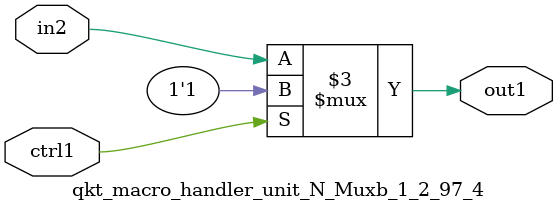
<source format=v>

`timescale 1ps / 1ps


module qkt_macro_handler_unit_N_Muxb_1_2_97_4( in2, ctrl1, out1 );

    input in2;
    input ctrl1;
    output out1;
    reg out1;

    
    // rtl_process:qkt_macro_handler_unit_N_Muxb_1_2_97_4/qkt_macro_handler_unit_N_Muxb_1_2_97_4_thread_1
    always @*
      begin : qkt_macro_handler_unit_N_Muxb_1_2_97_4_thread_1
        case (ctrl1) 
          1'b1: 
            begin
              out1 = 1'b1;
            end
          default: 
            begin
              out1 = in2;
            end
        endcase
      end

endmodule



</source>
